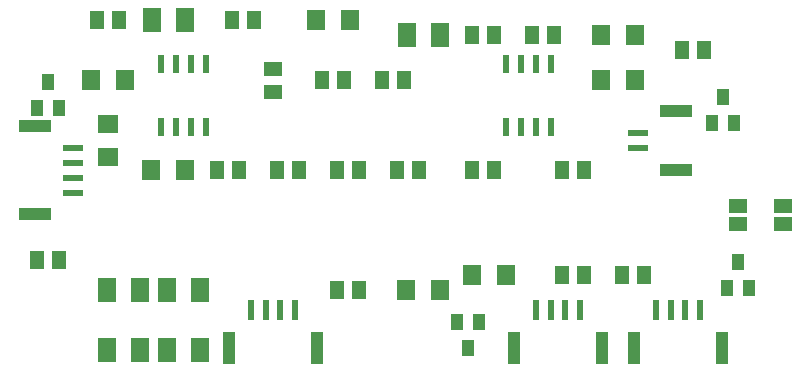
<source format=gbr>
G04 EAGLE Gerber RS-274X export*
G75*
%MOMM*%
%FSLAX34Y34*%
%LPD*%
%INSolderpaste Top*%
%IPPOS*%
%AMOC8*
5,1,8,0,0,1.08239X$1,22.5*%
G01*
%ADD10R,1.300000X1.500000*%
%ADD11R,1.500000X1.300000*%
%ADD12R,0.600000X1.700000*%
%ADD13R,1.000000X2.700000*%
%ADD14R,1.700000X0.600000*%
%ADD15R,2.700000X1.000000*%
%ADD16R,1.600000X1.803000*%
%ADD17R,1.803000X1.600000*%
%ADD18R,1.000000X1.400000*%
%ADD19R,1.600000X2.000000*%
%ADD20R,1.600200X1.168400*%
%ADD21R,0.609600X1.524000*%


D10*
X288900Y254000D03*
X269900Y254000D03*
D11*
X228600Y263500D03*
X228600Y244500D03*
D10*
X282600Y177800D03*
X301600Y177800D03*
X396900Y292100D03*
X415900Y292100D03*
X466700Y292100D03*
X447700Y292100D03*
X282600Y76200D03*
X301600Y76200D03*
D12*
X234850Y59300D03*
X222350Y59300D03*
D13*
X191350Y27300D03*
X265850Y27300D03*
D12*
X209850Y59300D03*
X247350Y59300D03*
D14*
X59300Y171550D03*
X59300Y184050D03*
D15*
X27300Y215050D03*
X27300Y140550D03*
D14*
X59300Y196550D03*
X59300Y159050D03*
X537600Y209450D03*
X537600Y196950D03*
D15*
X569600Y178450D03*
X569600Y227950D03*
D16*
X103120Y254000D03*
X74680Y254000D03*
X265180Y304800D03*
X293620Y304800D03*
X125480Y177800D03*
X153920Y177800D03*
D17*
X88900Y217420D03*
X88900Y188980D03*
D18*
X38100Y252300D03*
X47600Y230300D03*
X28600Y230300D03*
X622300Y99900D03*
X631800Y77900D03*
X612800Y77900D03*
D10*
X396900Y177800D03*
X415900Y177800D03*
D19*
X87600Y25400D03*
X115600Y25400D03*
X138400Y76200D03*
X166400Y76200D03*
X87600Y76200D03*
X115600Y76200D03*
X341600Y292100D03*
X369600Y292100D03*
D16*
X534920Y292100D03*
X506480Y292100D03*
X534920Y254000D03*
X506480Y254000D03*
X341380Y76200D03*
X369820Y76200D03*
X397260Y88900D03*
X425700Y88900D03*
D19*
X125700Y304800D03*
X153700Y304800D03*
D10*
X593700Y279400D03*
X574700Y279400D03*
X473100Y177800D03*
X492100Y177800D03*
X28600Y101600D03*
X47600Y101600D03*
X473100Y88900D03*
X492100Y88900D03*
X523900Y88900D03*
X542900Y88900D03*
X333400Y177800D03*
X352400Y177800D03*
X193700Y304800D03*
X212700Y304800D03*
X79400Y304800D03*
X98400Y304800D03*
X231800Y177800D03*
X250800Y177800D03*
X320700Y254000D03*
X339700Y254000D03*
X181000Y177800D03*
X200000Y177800D03*
D19*
X138400Y25400D03*
X166400Y25400D03*
D20*
X660400Y132080D03*
X660400Y147320D03*
X622300Y132080D03*
X622300Y147320D03*
D18*
X609600Y239600D03*
X619100Y217600D03*
X600100Y217600D03*
X393700Y27100D03*
X384200Y49100D03*
X403200Y49100D03*
D21*
X425450Y214376D03*
X425450Y268224D03*
X438150Y214376D03*
X450850Y214376D03*
X438150Y268224D03*
X450850Y268224D03*
X463550Y214376D03*
X463550Y268224D03*
X171450Y268224D03*
X171450Y214376D03*
X158750Y268224D03*
X146050Y268224D03*
X158750Y214376D03*
X146050Y214376D03*
X133350Y268224D03*
X133350Y214376D03*
D12*
X577750Y59300D03*
X565250Y59300D03*
D13*
X534250Y27300D03*
X608750Y27300D03*
D12*
X552750Y59300D03*
X590250Y59300D03*
X476150Y59300D03*
X463650Y59300D03*
D13*
X432650Y27300D03*
X507150Y27300D03*
D12*
X451150Y59300D03*
X488650Y59300D03*
M02*

</source>
